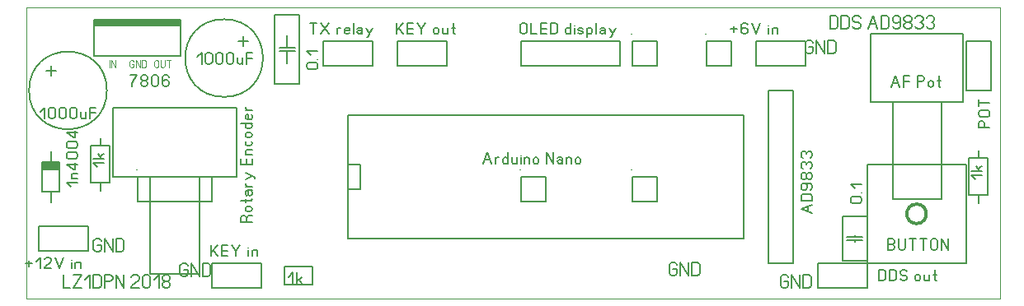
<source format=gbr>
%FSLAX34Y34*%
%MOMM*%
%LNCOPPER_BOTTOM*%
G71*
G01*
%ADD10C, 0.00*%
%ADD11C, 0.15*%
%ADD12C, 0.21*%
%ADD13C, 0.20*%
%ADD14C, 0.30*%
%ADD15C, 0.17*%
%ADD16C, 0.10*%
%ADD17C, 0.09*%
%LPD*%
G54D10*
X0Y1000000D02*
X1000000Y1000000D01*
X1000000Y700000D01*
X0Y700000D01*
X0Y1000000D01*
G54D11*
X330200Y889000D02*
X330200Y762000D01*
X736600Y762000D01*
X736600Y889000D01*
X330200Y889000D01*
G54D11*
X330200Y838200D02*
X330200Y812800D01*
X342900Y812800D01*
X342900Y838200D01*
X330200Y838200D01*
G54D12*
X469150Y838962D02*
X473483Y850518D01*
X477817Y838962D01*
G54D12*
X470883Y843295D02*
X476083Y843295D01*
G54D12*
X481861Y838962D02*
X481861Y845462D01*
G54D12*
X481861Y844018D02*
X483594Y845462D01*
X485328Y845462D01*
G54D12*
X494572Y838962D02*
X494572Y850518D01*
G54D12*
X494572Y843584D02*
X493705Y845029D01*
X491972Y845462D01*
X490239Y845029D01*
X489372Y843584D01*
X489372Y840695D01*
X490239Y839251D01*
X491972Y838962D01*
X493705Y839251D01*
X494572Y840695D01*
G54D12*
X503816Y845462D02*
X503816Y838962D01*
G54D12*
X503816Y840406D02*
X502949Y839251D01*
X501216Y838962D01*
X499483Y839251D01*
X498616Y840406D01*
X498616Y845462D01*
G54D12*
X507860Y838962D02*
X507860Y845462D01*
G54D12*
X507860Y847629D02*
X507860Y847629D01*
G54D12*
X511904Y838962D02*
X511904Y845462D01*
G54D12*
X511904Y844018D02*
X512771Y845029D01*
X514504Y845462D01*
X516237Y845029D01*
X517104Y844018D01*
X517104Y838962D01*
G54D12*
X526348Y840695D02*
X526348Y843584D01*
X525481Y845029D01*
X523748Y845462D01*
X522015Y845029D01*
X521148Y843584D01*
X521148Y840695D01*
X522015Y839251D01*
X523748Y838962D01*
X525481Y839251D01*
X526348Y840695D01*
G54D12*
X534609Y838962D02*
X534609Y850518D01*
X541542Y838962D01*
X541542Y850518D01*
G54D12*
X545586Y844740D02*
X547319Y845462D01*
X549399Y845462D01*
X550786Y844018D01*
X550786Y838962D01*
G54D12*
X550786Y841129D02*
X549919Y842573D01*
X548186Y842862D01*
X546453Y842573D01*
X545586Y841129D01*
X545933Y839684D01*
X547319Y838962D01*
X548186Y838962D01*
X548533Y838962D01*
X549919Y839684D01*
X550786Y841129D01*
G54D12*
X554830Y838962D02*
X554830Y845462D01*
G54D12*
X554830Y844018D02*
X555697Y845029D01*
X557430Y845462D01*
X559163Y845029D01*
X560030Y844018D01*
X560030Y838962D01*
G54D12*
X569274Y840695D02*
X569274Y843584D01*
X568407Y845029D01*
X566674Y845462D01*
X564941Y845029D01*
X564074Y843584D01*
X564074Y840695D01*
X564941Y839251D01*
X566674Y838962D01*
X568407Y839251D01*
X569274Y840695D01*
G54D11*
X508000Y939800D02*
X508000Y965200D01*
X609600Y965200D01*
X609600Y939800D01*
X508000Y939800D01*
G54D12*
X514183Y981839D02*
X514183Y974617D01*
X513317Y973172D01*
X511583Y972450D01*
X509850Y972450D01*
X508117Y973172D01*
X507250Y974617D01*
X507250Y981839D01*
X508117Y983283D01*
X509850Y984006D01*
X511583Y984006D01*
X513317Y983283D01*
X514183Y981839D01*
G54D12*
X518227Y984006D02*
X518227Y972450D01*
X524294Y972450D01*
G54D12*
X534405Y972450D02*
X528338Y972450D01*
X528338Y984006D01*
X534405Y984006D01*
G54D12*
X528338Y978228D02*
X534405Y978228D01*
G54D12*
X538449Y972450D02*
X538449Y984006D01*
X542782Y984006D01*
X544516Y983283D01*
X545382Y981839D01*
X545382Y974617D01*
X544516Y973172D01*
X542782Y972450D01*
X538449Y972450D01*
G54D12*
X558843Y972450D02*
X558843Y984006D01*
G54D12*
X558843Y977072D02*
X557976Y978517D01*
X556243Y978950D01*
X554510Y978517D01*
X553643Y977072D01*
X553643Y974183D01*
X554510Y972739D01*
X556243Y972450D01*
X557976Y972739D01*
X558843Y974183D01*
G54D12*
X562887Y972450D02*
X562887Y978950D01*
G54D12*
X562887Y981117D02*
X562887Y981117D01*
G54D12*
X566931Y973172D02*
X568664Y972450D01*
X570398Y972450D01*
X572131Y973172D01*
X572131Y974617D01*
X571264Y975339D01*
X567798Y976061D01*
X566931Y976783D01*
X566931Y978228D01*
X568664Y978950D01*
X570398Y978950D01*
X572131Y978228D01*
G54D12*
X576175Y978950D02*
X576175Y969561D01*
G54D12*
X576175Y974617D02*
X577042Y972739D01*
X578775Y972450D01*
X580508Y972739D01*
X581375Y974183D01*
X581375Y977072D01*
X580508Y978517D01*
X578775Y978950D01*
X577042Y978517D01*
X576175Y976783D01*
G54D12*
X585419Y972450D02*
X585419Y984006D01*
G54D12*
X589463Y978228D02*
X591196Y978950D01*
X593276Y978950D01*
X594663Y977506D01*
X594663Y972450D01*
G54D12*
X594663Y974617D02*
X593796Y976061D01*
X592063Y976350D01*
X590330Y976061D01*
X589463Y974617D01*
X589810Y973172D01*
X591196Y972450D01*
X592063Y972450D01*
X592410Y972450D01*
X593796Y973172D01*
X594663Y974617D01*
G54D12*
X598707Y978950D02*
X602174Y972450D01*
X605640Y978950D01*
G54D12*
X602174Y972450D02*
X601307Y970283D01*
X600440Y969561D01*
X599574Y969561D01*
G54D11*
X762000Y914400D02*
X787400Y914400D01*
X787400Y736600D01*
X762000Y736600D01*
X762000Y914400D01*
G54D12*
X807350Y788150D02*
X795794Y792483D01*
X807350Y796817D01*
G54D12*
X803017Y789883D02*
X803017Y795083D01*
G54D12*
X807350Y800861D02*
X795794Y800861D01*
X795794Y805194D01*
X796517Y806928D01*
X797961Y807794D01*
X805183Y807794D01*
X806628Y806928D01*
X807350Y805194D01*
X807350Y800861D01*
G54D12*
X805183Y811838D02*
X806628Y812705D01*
X807350Y814438D01*
X807350Y816171D01*
X806628Y817905D01*
X805183Y818771D01*
X801572Y818771D01*
X800850Y818771D01*
X802294Y816171D01*
X802294Y814438D01*
X801572Y812705D01*
X800128Y811838D01*
X797961Y811838D01*
X796517Y812705D01*
X795794Y814438D01*
X795794Y816171D01*
X796517Y817905D01*
X797961Y818771D01*
X801572Y818771D01*
G54D12*
X801572Y827148D02*
X801572Y825415D01*
X800850Y823682D01*
X799406Y822815D01*
X797961Y822815D01*
X796517Y823682D01*
X795794Y825415D01*
X795794Y827148D01*
X796517Y828882D01*
X797961Y829748D01*
X799406Y829748D01*
X800850Y828882D01*
X801572Y827148D01*
X802294Y828882D01*
X803739Y829748D01*
X805183Y829748D01*
X806628Y828882D01*
X807350Y827148D01*
X807350Y825415D01*
X806628Y823682D01*
X805183Y822815D01*
X803739Y822815D01*
X802294Y823682D01*
X801572Y825415D01*
G54D12*
X797961Y833792D02*
X796517Y834659D01*
X795794Y836392D01*
X795794Y838125D01*
X796517Y839859D01*
X797961Y840725D01*
X799406Y840725D01*
X800850Y839859D01*
X801572Y838125D01*
X802294Y839859D01*
X803739Y840725D01*
X805183Y840725D01*
X806628Y839859D01*
X807350Y838125D01*
X807350Y836392D01*
X806628Y834659D01*
X805183Y833792D01*
G54D12*
X797961Y844769D02*
X796517Y845636D01*
X795794Y847369D01*
X795794Y849102D01*
X796517Y850836D01*
X797961Y851702D01*
X799406Y851702D01*
X800850Y850836D01*
X801572Y849102D01*
X802294Y850836D01*
X803739Y851702D01*
X805183Y851702D01*
X806628Y850836D01*
X807350Y849102D01*
X807350Y847369D01*
X806628Y845636D01*
X805183Y844769D01*
G54D11*
X88900Y896300D02*
X215900Y896300D01*
X215900Y825500D01*
X88900Y825500D01*
X88900Y896300D01*
G54D11*
X127000Y825500D02*
X177800Y825500D01*
X177800Y725500D01*
X127000Y725500D01*
X127000Y825500D01*
G54D12*
X226039Y782044D02*
X227483Y784644D01*
X228928Y785510D01*
X231816Y785510D01*
G54D12*
X231816Y778577D02*
X220261Y778577D01*
X220261Y782910D01*
X220983Y784644D01*
X222428Y785510D01*
X223872Y785510D01*
X225316Y784644D01*
X226039Y782910D01*
X226039Y778577D01*
G54D12*
X230083Y794754D02*
X227194Y794754D01*
X225750Y793887D01*
X225316Y792154D01*
X225750Y790421D01*
X227194Y789554D01*
X230083Y789554D01*
X231528Y790421D01*
X231816Y792154D01*
X231528Y793887D01*
X230083Y794754D01*
G54D12*
X220261Y800531D02*
X231094Y800531D01*
X231816Y801398D01*
X231528Y802265D01*
G54D12*
X225316Y798798D02*
X225316Y802265D01*
G54D12*
X226039Y806309D02*
X225316Y808042D01*
X225316Y810122D01*
X226761Y811509D01*
X231816Y811509D01*
G54D12*
X229650Y811509D02*
X228205Y810642D01*
X227916Y808909D01*
X228205Y807176D01*
X229650Y806309D01*
X231094Y806656D01*
X231816Y808042D01*
X231816Y808909D01*
X231816Y809256D01*
X231094Y810642D01*
X229650Y811509D01*
G54D12*
X231816Y815553D02*
X225316Y815553D01*
G54D12*
X226761Y815553D02*
X225316Y817286D01*
X225316Y819020D01*
G54D12*
X225316Y823064D02*
X231816Y826531D01*
X225316Y829997D01*
G54D12*
X231816Y826531D02*
X233983Y825664D01*
X234705Y824797D01*
X234705Y823931D01*
G54D12*
X231816Y844325D02*
X231816Y838258D01*
X220261Y838258D01*
X220261Y844325D01*
G54D12*
X226039Y838258D02*
X226039Y844325D01*
G54D12*
X231816Y848369D02*
X225316Y848369D01*
G54D12*
X226761Y848369D02*
X225750Y849236D01*
X225316Y850969D01*
X225750Y852702D01*
X226761Y853569D01*
X231816Y853569D01*
G54D12*
X225750Y861946D02*
X225316Y860213D01*
X225750Y858480D01*
X227194Y857613D01*
X230083Y857613D01*
X231528Y858480D01*
X231816Y860213D01*
X231528Y861946D01*
G54D12*
X230083Y871190D02*
X227194Y871190D01*
X225750Y870323D01*
X225316Y868590D01*
X225750Y866857D01*
X227194Y865990D01*
X230083Y865990D01*
X231528Y866857D01*
X231816Y868590D01*
X231528Y870323D01*
X230083Y871190D01*
G54D12*
X231816Y880434D02*
X220261Y880434D01*
G54D12*
X227194Y880434D02*
X225750Y879567D01*
X225316Y877834D01*
X225750Y876101D01*
X227194Y875234D01*
X230083Y875234D01*
X231528Y876101D01*
X231816Y877834D01*
X231528Y879567D01*
X230083Y880434D01*
G54D12*
X231094Y889678D02*
X231816Y888291D01*
X231816Y886558D01*
X231094Y884825D01*
X229650Y884478D01*
X227194Y884478D01*
X225750Y885345D01*
X225316Y887078D01*
X225750Y888811D01*
X226761Y889678D01*
X228205Y889678D01*
X228205Y884478D01*
G54D12*
X231816Y893722D02*
X225316Y893722D01*
G54D12*
X226761Y893722D02*
X225316Y895455D01*
X225316Y897189D01*
G54D11*
X114300Y800100D02*
X114300Y825500D01*
X190500Y825500D01*
X190500Y800100D01*
X114300Y800100D01*
G54D12*
X113550Y832750D02*
X113550Y832750D01*
G54D13*
X965200Y838200D02*
X965200Y736600D01*
X863600Y736600D01*
X863600Y838200D01*
X965200Y838200D01*
G54D14*
G75*
G01X914375Y777375D02*
G03X914375Y777375I0J10000D01*
G01*
G54D12*
X885213Y750031D02*
X885213Y761587D01*
X889546Y761587D01*
X891280Y760865D01*
X892146Y759420D01*
X892146Y757976D01*
X891280Y756531D01*
X889546Y755809D01*
X891280Y755087D01*
X892146Y753642D01*
X892146Y752198D01*
X891280Y750754D01*
X889546Y750031D01*
X885213Y750031D01*
G54D12*
X885213Y755809D02*
X889546Y755809D01*
G54D12*
X896190Y761587D02*
X896190Y752198D01*
X897057Y750754D01*
X898790Y750031D01*
X900523Y750031D01*
X902257Y750754D01*
X903123Y752198D01*
X903123Y761587D01*
G54D12*
X910634Y750031D02*
X910634Y761587D01*
G54D12*
X907167Y761587D02*
X914100Y761587D01*
G54D12*
X921611Y750031D02*
X921611Y761587D01*
G54D12*
X918144Y761587D02*
X925077Y761587D01*
G54D12*
X936054Y759420D02*
X936054Y752198D01*
X935188Y750754D01*
X933454Y750031D01*
X931721Y750031D01*
X929988Y750754D01*
X929121Y752198D01*
X929121Y759420D01*
X929988Y760865D01*
X931721Y761587D01*
X933454Y761587D01*
X935188Y760865D01*
X936054Y759420D01*
G54D12*
X940098Y750031D02*
X940098Y761587D01*
X947031Y750031D01*
X947031Y761587D01*
G54D11*
X867300Y973000D02*
X962300Y973000D01*
X962300Y902500D01*
X867300Y902500D01*
X867300Y973000D01*
G54D11*
X889800Y902500D02*
X939800Y902500D01*
X939800Y802500D01*
X889800Y802500D01*
X889800Y902500D01*
G54D12*
X888439Y917927D02*
X892772Y929482D01*
X897106Y917927D01*
G54D12*
X890172Y922260D02*
X895372Y922260D01*
G54D12*
X901150Y917927D02*
X901150Y929482D01*
X907216Y929482D01*
G54D12*
X901150Y923704D02*
X907216Y923704D01*
G54D12*
X915478Y917927D02*
X915478Y929482D01*
X919811Y929482D01*
X921544Y928760D01*
X922411Y927316D01*
X922411Y925871D01*
X921544Y924427D01*
X919811Y923704D01*
X915478Y923704D01*
G54D12*
X931655Y919660D02*
X931655Y922549D01*
X930788Y923993D01*
X929055Y924427D01*
X927322Y923993D01*
X926455Y922549D01*
X926455Y919660D01*
X927321Y918216D01*
X929055Y917927D01*
X930788Y918216D01*
X931655Y919660D01*
G54D12*
X937432Y929482D02*
X937432Y918649D01*
X938299Y917927D01*
X939166Y918216D01*
G54D12*
X935699Y924427D02*
X939165Y924427D01*
G54D11*
X812800Y711200D02*
X812800Y736600D01*
X863600Y736600D01*
X863600Y711200D01*
X812800Y711200D01*
G54D12*
X875550Y718450D02*
X875550Y730006D01*
X879883Y730006D01*
X881617Y729283D01*
X882483Y727839D01*
X882483Y720617D01*
X881617Y719172D01*
X879883Y718450D01*
X875550Y718450D01*
G54D12*
X886527Y718450D02*
X886527Y730006D01*
X890860Y730006D01*
X892594Y729283D01*
X893460Y727839D01*
X893460Y720617D01*
X892594Y719172D01*
X890860Y718450D01*
X886527Y718450D01*
G54D12*
X897504Y720617D02*
X898371Y719172D01*
X900104Y718450D01*
X901837Y718450D01*
X903571Y719172D01*
X904437Y720617D01*
X904437Y722061D01*
X903571Y723506D01*
X901837Y724228D01*
X900104Y724228D01*
X898371Y724950D01*
X897504Y726394D01*
X897504Y727839D01*
X898371Y729283D01*
X900104Y730006D01*
X901837Y730006D01*
X903571Y729283D01*
X904437Y727839D01*
G54D12*
X917898Y720183D02*
X917898Y723072D01*
X917031Y724517D01*
X915298Y724950D01*
X913565Y724517D01*
X912698Y723072D01*
X912698Y720183D01*
X913565Y718739D01*
X915298Y718450D01*
X917031Y718739D01*
X917898Y720183D01*
G54D12*
X927142Y724950D02*
X927142Y718450D01*
G54D12*
X927142Y719894D02*
X926275Y718739D01*
X924542Y718450D01*
X922809Y718739D01*
X921942Y719894D01*
X921942Y724950D01*
G54D12*
X932919Y730006D02*
X932919Y719172D01*
X933786Y718450D01*
X934653Y718739D01*
G54D12*
X931186Y724950D02*
X934653Y724950D01*
G54D11*
X863600Y785100D02*
X838200Y785100D01*
X838200Y738900D01*
X863600Y738900D01*
X863600Y785100D01*
G54D11*
X858900Y763600D02*
X842900Y763600D01*
G54D11*
X858900Y760400D02*
X842900Y760400D01*
G54D11*
X850900Y763600D02*
X850900Y765200D01*
G54D11*
X850900Y760400D02*
X850900Y758800D01*
G54D12*
X848761Y805483D02*
X855983Y805483D01*
X857428Y804617D01*
X858150Y802883D01*
X858150Y801150D01*
X857428Y799417D01*
X855983Y798550D01*
X848761Y798550D01*
X847317Y799417D01*
X846594Y801150D01*
X846594Y802883D01*
X847317Y804617D01*
X848761Y805483D01*
G54D12*
X858150Y809527D02*
X858150Y809527D01*
G54D12*
X850928Y813571D02*
X846594Y817904D01*
X858150Y817904D01*
G54D11*
X968400Y844500D02*
X987400Y844500D01*
X987400Y806500D01*
X968400Y806500D01*
X968400Y844500D01*
G54D11*
X977900Y844600D02*
X977900Y852500D01*
G54D11*
X977900Y806500D02*
X977900Y798600D01*
G54D12*
X974728Y822800D02*
X970394Y827133D01*
X981950Y827133D01*
G54D12*
X981950Y831177D02*
X970394Y831177D01*
G54D12*
X977617Y833777D02*
X981950Y836377D01*
G54D12*
X979061Y831177D02*
X975450Y836377D01*
G54D11*
X66700Y857200D02*
X85700Y857200D01*
X85700Y819200D01*
X66700Y819200D01*
X66700Y857200D01*
G54D11*
X76200Y857300D02*
X76200Y865200D01*
G54D11*
X76200Y819200D02*
X76200Y811300D01*
G54D12*
X73028Y835500D02*
X68694Y839833D01*
X80250Y839833D01*
G54D12*
X80250Y843877D02*
X68694Y843877D01*
G54D12*
X75917Y846477D02*
X80250Y849077D01*
G54D12*
X77361Y843877D02*
X73750Y849077D01*
G54D11*
X749300Y939800D02*
X749300Y965200D01*
X800100Y965200D01*
X800100Y939800D01*
X749300Y939800D01*
G54D12*
X723150Y977506D02*
X730083Y977506D01*
G54D12*
X726617Y980394D02*
X726617Y974617D01*
G54D12*
X741060Y981839D02*
X740194Y983283D01*
X738460Y984006D01*
X736727Y984006D01*
X734994Y983283D01*
X734127Y981839D01*
X734127Y978228D01*
X734127Y977506D01*
X736727Y978950D01*
X738460Y978950D01*
X740194Y978228D01*
X741060Y976783D01*
X741060Y974617D01*
X740194Y973172D01*
X738460Y972450D01*
X736727Y972450D01*
X734994Y973172D01*
X734127Y974617D01*
X734127Y978228D01*
G54D12*
X745104Y984006D02*
X749437Y972450D01*
X753771Y984006D01*
G54D12*
X762032Y972450D02*
X762032Y978950D01*
G54D12*
X762032Y981117D02*
X762032Y981117D01*
G54D12*
X766076Y972450D02*
X766076Y978950D01*
G54D12*
X766076Y977506D02*
X766943Y978517D01*
X768676Y978950D01*
X770409Y978517D01*
X771276Y977506D01*
X771276Y972450D01*
G54D11*
X265100Y733400D02*
X293700Y733400D01*
X293700Y714400D01*
X265100Y714400D01*
X265100Y733400D01*
G54D12*
X269400Y722472D02*
X273733Y726806D01*
X273733Y715250D01*
G54D12*
X277777Y715250D02*
X277777Y726806D01*
G54D12*
X280377Y719583D02*
X282977Y715250D01*
G54D12*
X277777Y718139D02*
X282977Y721750D01*
G54D11*
X190500Y711200D02*
X190500Y736600D01*
X241300Y736600D01*
X241300Y711200D01*
X190500Y711200D01*
G54D12*
X189750Y743850D02*
X189750Y755406D01*
G54D12*
X189750Y747461D02*
X196683Y755406D01*
G54D12*
X192350Y749628D02*
X196683Y743850D01*
G54D12*
X206794Y743850D02*
X200727Y743850D01*
X200727Y755406D01*
X206794Y755406D01*
G54D12*
X200727Y749628D02*
X206794Y749628D01*
G54D12*
X210838Y755406D02*
X215171Y749628D01*
X215171Y743850D01*
G54D12*
X215171Y749628D02*
X219505Y755406D01*
G54D12*
X227766Y743850D02*
X227766Y750350D01*
G54D12*
X227766Y752517D02*
X227766Y752517D01*
G54D12*
X231810Y743850D02*
X231810Y750350D01*
G54D12*
X231810Y748906D02*
X232677Y749917D01*
X234410Y750350D01*
X236143Y749917D01*
X237010Y748906D01*
X237010Y743850D01*
G54D11*
X698500Y939800D02*
X698500Y965200D01*
X723900Y965200D01*
X723900Y939800D01*
X698500Y939800D01*
G54D12*
X697750Y972450D02*
X697750Y972450D01*
G54D11*
X622300Y939800D02*
X622300Y965200D01*
X647700Y965200D01*
X647700Y939800D01*
X622300Y939800D01*
G54D12*
X621550Y972450D02*
X621550Y972450D01*
G54D11*
X622300Y800100D02*
X622300Y825500D01*
X647700Y825500D01*
X647700Y800100D01*
X622300Y800100D01*
G54D12*
X621550Y832750D02*
X621550Y832750D01*
G54D11*
X508000Y800100D02*
X508000Y825500D01*
X533400Y825500D01*
X533400Y800100D01*
X508000Y800100D01*
G54D12*
X507250Y832750D02*
X507250Y832750D01*
G54D11*
X965200Y965200D02*
X990600Y965200D01*
X990600Y914400D01*
X965200Y914400D01*
X965200Y965200D01*
G54D12*
X989456Y876279D02*
X977900Y876279D01*
X977900Y880613D01*
X978622Y882346D01*
X980067Y883213D01*
X981511Y883213D01*
X982956Y882346D01*
X983678Y880613D01*
X983678Y876279D01*
G54D12*
X980067Y894190D02*
X987289Y894190D01*
X988733Y893323D01*
X989456Y891590D01*
X989456Y889856D01*
X988733Y888123D01*
X987289Y887256D01*
X980067Y887256D01*
X978622Y888123D01*
X977900Y889856D01*
X977900Y891590D01*
X978622Y893323D01*
X980067Y894190D01*
G54D12*
X989456Y901700D02*
X977900Y901700D01*
G54D12*
X977900Y898233D02*
X977900Y905167D01*
G54D15*
X804100Y959167D02*
X808100Y959167D01*
X808100Y955000D01*
X807100Y953333D01*
X805100Y952500D01*
X803100Y952500D01*
X801100Y953333D01*
X800100Y955000D01*
X800100Y963333D01*
X801100Y965000D01*
X803100Y965833D01*
X805100Y965833D01*
X807100Y965000D01*
X808100Y963333D01*
G54D15*
X811767Y952500D02*
X811767Y965833D01*
X819767Y952500D01*
X819767Y965833D01*
G54D15*
X823434Y952500D02*
X823434Y965833D01*
X828434Y965833D01*
X830434Y965000D01*
X831434Y963333D01*
X831434Y955000D01*
X830434Y953333D01*
X828434Y952500D01*
X823434Y952500D01*
G54D15*
X778700Y717867D02*
X782700Y717867D01*
X782700Y713700D01*
X781700Y712033D01*
X779700Y711200D01*
X777700Y711200D01*
X775700Y712033D01*
X774700Y713700D01*
X774700Y722033D01*
X775700Y723700D01*
X777700Y724533D01*
X779700Y724533D01*
X781700Y723700D01*
X782700Y722033D01*
G54D15*
X786367Y711200D02*
X786367Y724533D01*
X794367Y711200D01*
X794367Y724533D01*
G54D15*
X798034Y711200D02*
X798034Y724533D01*
X803034Y724533D01*
X805034Y723700D01*
X806034Y722033D01*
X806034Y713700D01*
X805034Y712033D01*
X803034Y711200D01*
X798034Y711200D01*
G54D15*
X664400Y730567D02*
X668400Y730567D01*
X668400Y726400D01*
X667400Y724733D01*
X665400Y723900D01*
X663400Y723900D01*
X661400Y724733D01*
X660400Y726400D01*
X660400Y734733D01*
X661400Y736400D01*
X663400Y737233D01*
X665400Y737233D01*
X667400Y736400D01*
X668400Y734733D01*
G54D15*
X672067Y723900D02*
X672067Y737233D01*
X680067Y723900D01*
X680067Y737233D01*
G54D15*
X683734Y723900D02*
X683734Y737233D01*
X688734Y737233D01*
X690734Y736400D01*
X691734Y734733D01*
X691734Y726400D01*
X690734Y724733D01*
X688734Y723900D01*
X683734Y723900D01*
G54D15*
X162133Y729933D02*
X166133Y729933D01*
X166133Y725767D01*
X165133Y724100D01*
X163133Y723267D01*
X161133Y723267D01*
X159133Y724100D01*
X158133Y725767D01*
X158133Y734100D01*
X159133Y735767D01*
X161133Y736600D01*
X163133Y736600D01*
X165133Y735767D01*
X166133Y734100D01*
G54D15*
X169800Y723267D02*
X169800Y736600D01*
X177800Y723267D01*
X177800Y736600D01*
G54D15*
X181467Y723267D02*
X181467Y736600D01*
X186467Y736600D01*
X188467Y735767D01*
X189467Y734100D01*
X189467Y725767D01*
X188467Y724100D01*
X186467Y723267D01*
X181467Y723267D01*
G54D11*
X381000Y939800D02*
X381000Y965200D01*
X431800Y965200D01*
X431800Y939800D01*
X381000Y939800D01*
G54D12*
X380250Y972450D02*
X380250Y984006D01*
G54D12*
X380250Y976061D02*
X387183Y984006D01*
G54D12*
X382850Y978228D02*
X387183Y972450D01*
G54D12*
X397294Y972450D02*
X391227Y972450D01*
X391227Y984006D01*
X397294Y984006D01*
G54D12*
X391227Y978228D02*
X397294Y978228D01*
G54D12*
X401338Y984006D02*
X405671Y978228D01*
X405671Y972450D01*
G54D12*
X405671Y978228D02*
X410005Y984006D01*
G54D12*
X423466Y974183D02*
X423466Y977072D01*
X422599Y978517D01*
X420866Y978950D01*
X419133Y978517D01*
X418266Y977072D01*
X418266Y974183D01*
X419133Y972739D01*
X420866Y972450D01*
X422599Y972739D01*
X423466Y974183D01*
G54D12*
X432710Y978950D02*
X432710Y972450D01*
G54D12*
X432710Y973894D02*
X431843Y972739D01*
X430110Y972450D01*
X428377Y972739D01*
X427510Y973894D01*
X427510Y978950D01*
G54D12*
X438487Y984006D02*
X438487Y973172D01*
X439354Y972450D01*
X440221Y972739D01*
G54D12*
X436754Y978950D02*
X440221Y978950D01*
G54D11*
X304800Y939800D02*
X304800Y965200D01*
X355600Y965200D01*
X355600Y939800D01*
X304800Y939800D01*
G54D12*
X294817Y972450D02*
X294817Y984006D01*
G54D12*
X291350Y984006D02*
X298283Y984006D01*
G54D12*
X302327Y984006D02*
X310994Y972450D01*
G54D12*
X302327Y972450D02*
X310994Y984006D01*
G54D12*
X319255Y972450D02*
X319255Y978950D01*
G54D12*
X319255Y977506D02*
X320988Y978950D01*
X322722Y978950D01*
G54D12*
X331966Y973172D02*
X330579Y972450D01*
X328846Y972450D01*
X327113Y973172D01*
X326766Y974617D01*
X326766Y977072D01*
X327633Y978517D01*
X329366Y978950D01*
X331099Y978517D01*
X331966Y977506D01*
X331966Y976061D01*
X326766Y976061D01*
G54D12*
X336010Y972450D02*
X336010Y984006D01*
G54D12*
X340054Y978228D02*
X341787Y978950D01*
X343867Y978950D01*
X345254Y977506D01*
X345254Y972450D01*
G54D12*
X345254Y974617D02*
X344387Y976061D01*
X342654Y976350D01*
X340921Y976061D01*
X340054Y974617D01*
X340401Y973172D01*
X341787Y972450D01*
X342654Y972450D01*
X343001Y972450D01*
X344387Y973172D01*
X345254Y974617D01*
G54D12*
X349298Y978950D02*
X352765Y972450D01*
X356231Y978950D01*
G54D12*
X352765Y972450D02*
X351898Y970283D01*
X351031Y969561D01*
X350165Y969561D01*
G36*
X69800Y981100D02*
X158600Y981100D01*
X158600Y987500D01*
X69800Y987500D01*
X69800Y981100D01*
G37*
G54D16*
X69800Y981100D02*
X158600Y981100D01*
X158600Y987500D01*
X69800Y987500D01*
X69800Y981100D01*
G54D11*
X69800Y987500D02*
X69800Y949500D01*
X158800Y949500D01*
X158800Y987500D01*
X69800Y987500D01*
G54D17*
X85700Y938200D02*
X85700Y945300D01*
G54D17*
X87700Y938200D02*
X87700Y945300D01*
X92000Y938200D01*
X92000Y945300D01*
G54D17*
X108400Y941800D02*
X110600Y941800D01*
X110600Y939500D01*
X110000Y938600D01*
X109000Y938200D01*
X107900Y938200D01*
X106800Y938600D01*
X106300Y939500D01*
X106300Y944000D01*
X106800Y944900D01*
X107900Y945300D01*
X109000Y945300D01*
X110000Y944900D01*
X110600Y944000D01*
G54D17*
X112600Y938200D02*
X112600Y945300D01*
X116900Y938200D01*
X116900Y945300D01*
G54D17*
X118900Y938200D02*
X118900Y945300D01*
X121600Y945300D01*
X122600Y944900D01*
X123200Y944000D01*
X123200Y939500D01*
X122600Y938600D01*
X121600Y938200D01*
X118900Y938200D01*
G54D17*
X136000Y944000D02*
X136000Y939500D01*
X135400Y938600D01*
X134400Y938200D01*
X133300Y938200D01*
X132200Y938600D01*
X131700Y939500D01*
X131700Y944000D01*
X132200Y944900D01*
X133300Y945300D01*
X134400Y945300D01*
X135400Y944900D01*
X136000Y944000D01*
G54D17*
X138000Y945300D02*
X138000Y939500D01*
X138500Y938600D01*
X139600Y938200D01*
X140700Y938200D01*
X141700Y938600D01*
X142300Y939500D01*
X142300Y945300D01*
G54D17*
X146400Y938200D02*
X146400Y945300D01*
G54D17*
X144300Y945300D02*
X148600Y945300D01*
G54D12*
X107150Y930106D02*
X114083Y930106D01*
X113217Y928661D01*
X111483Y926494D01*
X109750Y923606D01*
X108883Y921439D01*
X108883Y918550D01*
G54D12*
X122460Y924328D02*
X120727Y924328D01*
X118994Y925050D01*
X118127Y926494D01*
X118127Y927939D01*
X118994Y929383D01*
X120727Y930106D01*
X122460Y930106D01*
X124194Y929383D01*
X125060Y927939D01*
X125060Y926494D01*
X124194Y925050D01*
X122460Y924328D01*
X124194Y923606D01*
X125060Y922161D01*
X125060Y920717D01*
X124194Y919272D01*
X122460Y918550D01*
X120727Y918550D01*
X118994Y919272D01*
X118127Y920717D01*
X118127Y922161D01*
X118994Y923606D01*
X120727Y924328D01*
G54D12*
X136037Y927939D02*
X136037Y920717D01*
X135171Y919272D01*
X133437Y918550D01*
X131704Y918550D01*
X129971Y919272D01*
X129104Y920717D01*
X129104Y927939D01*
X129971Y929383D01*
X131704Y930106D01*
X133437Y930106D01*
X135171Y929383D01*
X136037Y927939D01*
G54D12*
X147014Y927939D02*
X146148Y929383D01*
X144414Y930106D01*
X142681Y930106D01*
X140948Y929383D01*
X140081Y927939D01*
X140081Y924328D01*
X140081Y923606D01*
X142681Y925050D01*
X144414Y925050D01*
X146148Y924328D01*
X147014Y922883D01*
X147014Y920717D01*
X146148Y919272D01*
X144414Y918550D01*
X142681Y918550D01*
X140948Y919272D01*
X140081Y920717D01*
X140081Y924328D01*
G54D11*
X12700Y749300D02*
X12700Y774700D01*
X63500Y774700D01*
X63500Y749300D01*
X12700Y749300D01*
G54D12*
X-750Y736206D02*
X6183Y736206D01*
G54D12*
X2717Y739094D02*
X2717Y733317D01*
G54D12*
X10227Y738372D02*
X14560Y742706D01*
X14560Y731150D01*
G54D12*
X25537Y731150D02*
X18604Y731150D01*
X18604Y731872D01*
X19471Y733317D01*
X24671Y737650D01*
X25537Y739094D01*
X25537Y740539D01*
X24671Y741983D01*
X22937Y742706D01*
X21204Y742706D01*
X19471Y741983D01*
X18604Y740539D01*
G54D12*
X29581Y742706D02*
X33914Y731150D01*
X38248Y742706D01*
G54D12*
X46509Y731150D02*
X46509Y737650D01*
G54D12*
X46509Y739817D02*
X46509Y739817D01*
G54D12*
X50553Y731150D02*
X50553Y737650D01*
G54D12*
X50553Y736206D02*
X51420Y737217D01*
X53153Y737650D01*
X54886Y737217D01*
X55753Y736206D01*
X55753Y731150D01*
G54D11*
G75*
G01X203200Y987644D02*
G03X203200Y987644I0J-39950D01*
G01*
G54D11*
X223200Y970200D02*
X223200Y960200D01*
G54D11*
X228200Y965200D02*
X218200Y965200D01*
G54D12*
X175867Y948992D02*
X180200Y953325D01*
X180200Y941770D01*
G54D12*
X191177Y951159D02*
X191177Y943936D01*
X190310Y942492D01*
X188577Y941770D01*
X186844Y941770D01*
X185110Y942492D01*
X184244Y943936D01*
X184244Y951159D01*
X185110Y952603D01*
X186844Y953325D01*
X188577Y953325D01*
X190310Y952603D01*
X191177Y951159D01*
G54D12*
X202154Y951159D02*
X202154Y943936D01*
X201287Y942492D01*
X199554Y941770D01*
X197821Y941770D01*
X196087Y942492D01*
X195221Y943936D01*
X195221Y951159D01*
X196087Y952603D01*
X197821Y953325D01*
X199554Y953325D01*
X201287Y952603D01*
X202154Y951159D01*
G54D12*
X213131Y951159D02*
X213131Y943936D01*
X212264Y942492D01*
X210531Y941770D01*
X208798Y941770D01*
X207064Y942492D01*
X206198Y943936D01*
X206198Y951159D01*
X207064Y952603D01*
X208798Y953325D01*
X210531Y953325D01*
X212264Y952603D01*
X213131Y951159D01*
G54D12*
X222375Y948270D02*
X222375Y941770D01*
G54D12*
X222375Y943214D02*
X221508Y942059D01*
X219775Y941770D01*
X218041Y942059D01*
X217175Y943214D01*
X217175Y948270D01*
G54D12*
X226419Y941770D02*
X226419Y953325D01*
X232485Y953325D01*
G54D12*
X226419Y947548D02*
X232485Y947548D01*
G54D11*
G75*
G01X2956Y914400D02*
G03X2956Y914400I39950J0D01*
G01*
G54D11*
X20400Y934400D02*
X30400Y934400D01*
G54D11*
X25400Y939400D02*
X25400Y929400D01*
G54D12*
X14906Y892622D02*
X19239Y896956D01*
X19239Y885400D01*
G54D12*
X30216Y894789D02*
X30216Y887567D01*
X29350Y886122D01*
X27616Y885400D01*
X25883Y885400D01*
X24150Y886122D01*
X23283Y887567D01*
X23283Y894789D01*
X24150Y896233D01*
X25883Y896956D01*
X27616Y896956D01*
X29350Y896233D01*
X30216Y894789D01*
G54D12*
X41193Y894789D02*
X41193Y887567D01*
X40327Y886122D01*
X38593Y885400D01*
X36860Y885400D01*
X35127Y886122D01*
X34260Y887567D01*
X34260Y894789D01*
X35127Y896233D01*
X36860Y896956D01*
X38593Y896956D01*
X40327Y896233D01*
X41193Y894789D01*
G54D12*
X52170Y894789D02*
X52170Y887567D01*
X51304Y886122D01*
X49570Y885400D01*
X47837Y885400D01*
X46104Y886122D01*
X45237Y887567D01*
X45237Y894789D01*
X46104Y896233D01*
X47837Y896956D01*
X49570Y896956D01*
X51304Y896233D01*
X52170Y894789D01*
G54D12*
X61414Y891900D02*
X61414Y885400D01*
G54D12*
X61414Y886844D02*
X60547Y885689D01*
X58814Y885400D01*
X57081Y885689D01*
X56214Y886844D01*
X56214Y891900D01*
G54D12*
X65458Y885400D02*
X65458Y896956D01*
X71525Y896956D01*
G54D12*
X65458Y891178D02*
X71525Y891178D01*
G54D11*
X34100Y840700D02*
X16700Y840700D01*
X16700Y810300D01*
X34100Y810300D01*
X34100Y840700D01*
G36*
X34000Y840600D02*
X17300Y840600D01*
X17300Y833400D01*
X34000Y833400D01*
X34000Y840600D01*
G37*
G54D16*
X34000Y840600D02*
X17300Y840600D01*
X17300Y833400D01*
X34000Y833400D01*
X34000Y840600D01*
G54D11*
X25400Y851700D02*
X25400Y840600D01*
G54D11*
X25400Y810400D02*
X25400Y799300D01*
G54D12*
X45683Y815218D02*
X41350Y819551D01*
X52905Y819551D01*
G54D12*
X52905Y823594D02*
X46405Y823594D01*
G54D12*
X47850Y823594D02*
X46839Y824461D01*
X46405Y826194D01*
X46839Y827928D01*
X47850Y828794D01*
X52905Y828794D01*
G54D12*
X52905Y838038D02*
X41350Y838038D01*
X48572Y832838D01*
X50017Y832838D01*
X50017Y839772D01*
G54D12*
X43517Y850749D02*
X50739Y850749D01*
X52183Y849882D01*
X52905Y848149D01*
X52905Y846416D01*
X52183Y844682D01*
X50739Y843816D01*
X43517Y843816D01*
X42072Y844682D01*
X41350Y846416D01*
X41350Y848149D01*
X42072Y849882D01*
X43517Y850749D01*
G54D12*
X43517Y861726D02*
X50739Y861726D01*
X52183Y860859D01*
X52905Y859126D01*
X52905Y857392D01*
X52183Y855659D01*
X50739Y854792D01*
X43517Y854792D01*
X42072Y855659D01*
X41350Y857392D01*
X41350Y859126D01*
X42072Y860859D01*
X43517Y861726D01*
G54D12*
X52905Y870970D02*
X41350Y870970D01*
X48572Y865770D01*
X50017Y865770D01*
X50017Y872703D01*
G54D15*
X38100Y724533D02*
X38100Y711200D01*
X45100Y711200D01*
G54D15*
X48767Y724533D02*
X56767Y724533D01*
X48767Y711200D01*
X56767Y711200D01*
G54D15*
X60434Y719533D02*
X65434Y724533D01*
X65434Y711200D01*
G54D15*
X69101Y711200D02*
X69101Y724533D01*
X74101Y724533D01*
X76101Y723700D01*
X77101Y722033D01*
X77101Y713700D01*
X76101Y712033D01*
X74101Y711200D01*
X69101Y711200D01*
G54D15*
X80768Y711200D02*
X80768Y724533D01*
X85768Y724533D01*
X87768Y723700D01*
X88768Y722033D01*
X88768Y720367D01*
X87768Y718700D01*
X85768Y717867D01*
X80768Y717867D01*
G54D15*
X92435Y711200D02*
X92435Y724533D01*
X100435Y711200D01*
X100435Y724533D01*
G54D15*
X115969Y711200D02*
X107969Y711200D01*
X107969Y712033D01*
X108969Y713700D01*
X114969Y718700D01*
X115969Y720367D01*
X115969Y722033D01*
X114969Y723700D01*
X112969Y724533D01*
X110969Y724533D01*
X108969Y723700D01*
X107969Y722033D01*
G54D15*
X127636Y722033D02*
X127636Y713700D01*
X126636Y712033D01*
X124636Y711200D01*
X122636Y711200D01*
X120636Y712033D01*
X119636Y713700D01*
X119636Y722033D01*
X120636Y723700D01*
X122636Y724533D01*
X124636Y724533D01*
X126636Y723700D01*
X127636Y722033D01*
G54D15*
X131303Y719533D02*
X136303Y724533D01*
X136303Y711200D01*
G54D15*
X144970Y717867D02*
X142970Y717867D01*
X140970Y718700D01*
X139970Y720367D01*
X139970Y722033D01*
X140970Y723700D01*
X142970Y724533D01*
X144970Y724533D01*
X146970Y723700D01*
X147970Y722033D01*
X147970Y720367D01*
X146970Y718700D01*
X144970Y717867D01*
X146970Y717033D01*
X147970Y715367D01*
X147970Y713700D01*
X146970Y712033D01*
X144970Y711200D01*
X142970Y711200D01*
X140970Y712033D01*
X139970Y713700D01*
X139970Y715367D01*
X140970Y717033D01*
X142970Y717867D01*
G54D15*
X825500Y977900D02*
X825500Y991233D01*
X830500Y991233D01*
X832500Y990400D01*
X833500Y988733D01*
X833500Y980400D01*
X832500Y978733D01*
X830500Y977900D01*
X825500Y977900D01*
G54D15*
X837167Y977900D02*
X837167Y991233D01*
X842167Y991233D01*
X844167Y990400D01*
X845167Y988733D01*
X845167Y980400D01*
X844167Y978733D01*
X842167Y977900D01*
X837167Y977900D01*
G54D15*
X848834Y980400D02*
X849834Y978733D01*
X851834Y977900D01*
X853834Y977900D01*
X855834Y978733D01*
X856834Y980400D01*
X856834Y982067D01*
X855834Y983733D01*
X853834Y984567D01*
X851834Y984567D01*
X849834Y985400D01*
X848834Y987067D01*
X848834Y988733D01*
X849834Y990400D01*
X851834Y991233D01*
X853834Y991233D01*
X855834Y990400D01*
X856834Y988733D01*
G54D15*
X864368Y977900D02*
X869368Y991233D01*
X874368Y977900D01*
G54D15*
X866368Y982900D02*
X872368Y982900D01*
G54D15*
X878035Y977900D02*
X878035Y991233D01*
X883035Y991233D01*
X885035Y990400D01*
X886035Y988733D01*
X886035Y980400D01*
X885035Y978733D01*
X883035Y977900D01*
X878035Y977900D01*
G54D15*
X889702Y980400D02*
X890702Y978733D01*
X892702Y977900D01*
X894702Y977900D01*
X896702Y978733D01*
X897702Y980400D01*
X897702Y984567D01*
X897702Y985400D01*
X894702Y983733D01*
X892702Y983733D01*
X890702Y984567D01*
X889702Y986233D01*
X889702Y988733D01*
X890702Y990400D01*
X892702Y991233D01*
X894702Y991233D01*
X896702Y990400D01*
X897702Y988733D01*
X897702Y984567D01*
G54D15*
X906369Y984567D02*
X904369Y984567D01*
X902369Y985400D01*
X901369Y987067D01*
X901369Y988733D01*
X902369Y990400D01*
X904369Y991233D01*
X906369Y991233D01*
X908369Y990400D01*
X909369Y988733D01*
X909369Y987067D01*
X908369Y985400D01*
X906369Y984567D01*
X908369Y983733D01*
X909369Y982067D01*
X909369Y980400D01*
X908369Y978733D01*
X906369Y977900D01*
X904369Y977900D01*
X902369Y978733D01*
X901369Y980400D01*
X901369Y982067D01*
X902369Y983733D01*
X904369Y984567D01*
G54D15*
X913036Y988733D02*
X914036Y990400D01*
X916036Y991233D01*
X918036Y991233D01*
X920036Y990400D01*
X921036Y988733D01*
X921036Y987067D01*
X920036Y985400D01*
X918036Y984567D01*
X920036Y983733D01*
X921036Y982067D01*
X921036Y980400D01*
X920036Y978733D01*
X918036Y977900D01*
X916036Y977900D01*
X914036Y978733D01*
X913036Y980400D01*
G54D15*
X924703Y988733D02*
X925703Y990400D01*
X927703Y991233D01*
X929703Y991233D01*
X931703Y990400D01*
X932703Y988733D01*
X932703Y987067D01*
X931703Y985400D01*
X929703Y984567D01*
X931703Y983733D01*
X932703Y982067D01*
X932703Y980400D01*
X931703Y978733D01*
X929703Y977900D01*
X927703Y977900D01*
X925703Y978733D01*
X924703Y980400D01*
G54D11*
X280610Y992632D02*
X255210Y992632D01*
X255210Y921032D01*
X280610Y921032D01*
X280610Y992632D01*
G54D11*
X275910Y958432D02*
X259910Y958432D01*
G54D11*
X275910Y955232D02*
X259910Y955232D01*
G54D11*
X267910Y971132D02*
X267910Y958432D01*
G54D11*
X267910Y955232D02*
X267910Y942532D01*
G54D12*
X290027Y942861D02*
X297249Y942861D01*
X298694Y941994D01*
X299416Y940261D01*
X299416Y938528D01*
X298694Y936794D01*
X297249Y935928D01*
X290027Y935928D01*
X288583Y936794D01*
X287860Y938528D01*
X287860Y940261D01*
X288583Y941994D01*
X290027Y942861D01*
G54D12*
X299416Y946905D02*
X299416Y946905D01*
G54D12*
X292194Y950949D02*
X287860Y955282D01*
X299416Y955282D01*
G54D15*
X73233Y755333D02*
X77233Y755333D01*
X77233Y751167D01*
X76233Y749500D01*
X74233Y748667D01*
X72233Y748667D01*
X70233Y749500D01*
X69233Y751167D01*
X69233Y759500D01*
X70233Y761167D01*
X72233Y762000D01*
X74233Y762000D01*
X76233Y761167D01*
X77233Y759500D01*
G54D15*
X80900Y748667D02*
X80900Y762000D01*
X88900Y748667D01*
X88900Y762000D01*
G54D15*
X92567Y748667D02*
X92567Y762000D01*
X97567Y762000D01*
X99567Y761167D01*
X100567Y759500D01*
X100567Y751167D01*
X99567Y749500D01*
X97567Y748667D01*
X92567Y748667D01*
M02*

</source>
